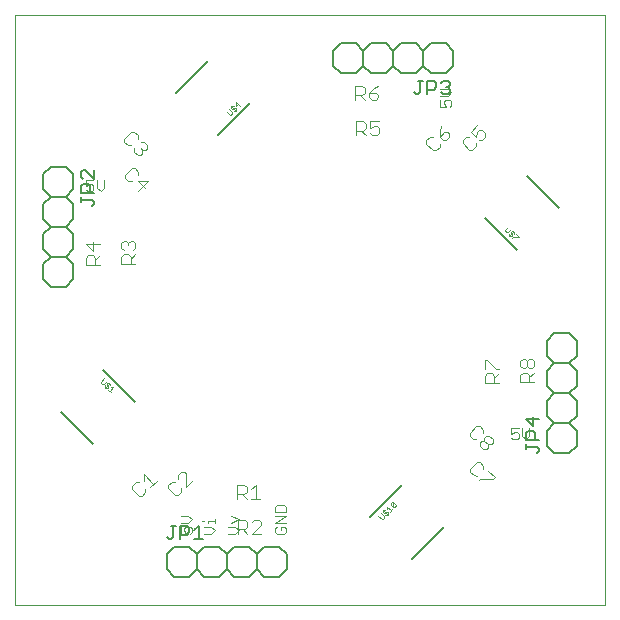
<source format=gto>
G75*
G70*
%OFA0B0*%
%FSLAX24Y24*%
%IPPOS*%
%LPD*%
%AMOC8*
5,1,8,0,0,1.08239X$1,22.5*
%
%ADD10C,0.0000*%
%ADD11C,0.0030*%
%ADD12C,0.0020*%
%ADD13C,0.0050*%
%ADD14C,0.0060*%
%ADD15C,0.0040*%
D10*
X000181Y000181D02*
X000181Y019866D01*
X019866Y019866D01*
X019866Y000181D01*
X000181Y000181D01*
D11*
X005708Y002559D02*
X005890Y002559D01*
X005829Y002680D01*
X005829Y002741D01*
X005890Y002801D01*
X006011Y002801D01*
X006072Y002741D01*
X006072Y002619D01*
X006011Y002559D01*
X005708Y002559D02*
X005708Y002801D01*
X005708Y002921D02*
X005951Y002921D01*
X006072Y003042D01*
X005951Y003164D01*
X005708Y003164D01*
X006435Y002982D02*
X006495Y002982D01*
X006617Y002982D02*
X006859Y002982D01*
X006859Y003042D02*
X006859Y002921D01*
X006738Y002801D02*
X006495Y002801D01*
X006617Y002921D02*
X006617Y002982D01*
X006738Y002801D02*
X006859Y002680D01*
X006738Y002559D01*
X006495Y002559D01*
X007283Y002559D02*
X007525Y002559D01*
X007647Y002680D01*
X007525Y002801D01*
X007283Y002801D01*
X007404Y002921D02*
X007647Y003042D01*
X007404Y003164D01*
X008858Y003164D02*
X009222Y003164D01*
X008858Y002921D01*
X009222Y002921D01*
X009161Y002801D02*
X009040Y002801D01*
X009040Y002680D01*
X009161Y002801D02*
X009222Y002741D01*
X009222Y002619D01*
X009161Y002559D01*
X008918Y002559D01*
X008858Y002619D01*
X008858Y002741D01*
X008918Y002801D01*
X008858Y003284D02*
X008858Y003466D01*
X008918Y003526D01*
X009161Y003526D01*
X009222Y003466D01*
X009222Y003284D01*
X008858Y003284D01*
X016732Y005769D02*
X016792Y005708D01*
X016914Y005708D01*
X016974Y005769D01*
X016974Y005890D01*
X016914Y005951D01*
X016853Y005951D01*
X016732Y005890D01*
X016732Y006072D01*
X016974Y006072D01*
X017094Y006072D02*
X017094Y005830D01*
X017216Y005708D01*
X017337Y005830D01*
X017337Y006072D01*
X014673Y016794D02*
X014733Y016855D01*
X014733Y016976D01*
X014673Y017037D01*
X014551Y017037D01*
X014491Y016976D01*
X014491Y016916D01*
X014551Y016794D01*
X014369Y016794D01*
X014369Y017037D01*
X014369Y017157D02*
X014612Y017157D01*
X014733Y017278D01*
X014612Y017399D01*
X014369Y017399D01*
X003164Y014340D02*
X003164Y014097D01*
X003042Y013976D01*
X002921Y014097D01*
X002921Y014340D01*
X002801Y014340D02*
X002559Y014340D01*
X002559Y014158D01*
X002680Y014219D01*
X002741Y014219D01*
X002801Y014158D01*
X002801Y014037D01*
X002741Y013976D01*
X002619Y013976D01*
X002559Y014037D01*
D12*
X007247Y016636D02*
X007351Y016532D01*
X007393Y016532D01*
X007435Y016574D01*
X007435Y016615D01*
X007330Y016720D01*
X007396Y016743D02*
X007396Y016785D01*
X007438Y016827D01*
X007479Y016827D01*
X007500Y016764D02*
X007458Y016723D01*
X007417Y016723D01*
X007396Y016743D01*
X007396Y016827D02*
X007563Y016660D01*
X007563Y016702D02*
X007563Y016743D01*
X007542Y016764D01*
X007500Y016764D01*
X007563Y016702D02*
X007521Y016660D01*
X007479Y016660D01*
X007566Y016830D02*
X007649Y016913D01*
X007691Y016830D02*
X007566Y016955D01*
X007566Y016830D01*
X016532Y012697D02*
X016532Y012655D01*
X016574Y012613D01*
X016615Y012613D01*
X016720Y012717D01*
X016743Y012652D02*
X016785Y012652D01*
X016827Y012610D01*
X016827Y012568D01*
X016764Y012548D02*
X016723Y012589D01*
X016723Y012631D01*
X016743Y012652D01*
X016827Y012652D02*
X016660Y012485D01*
X016702Y012485D02*
X016743Y012485D01*
X016764Y012506D01*
X016764Y012548D01*
X016702Y012485D02*
X016660Y012527D01*
X016660Y012568D01*
X016788Y012440D02*
X016767Y012419D01*
X016788Y012440D02*
X016955Y012440D01*
X016976Y012461D01*
X016892Y012545D01*
X016636Y012801D02*
X016532Y012697D01*
X012794Y003613D02*
X012794Y003446D01*
X012836Y003446D01*
X012877Y003488D01*
X012877Y003530D01*
X012794Y003613D01*
X012752Y003613D01*
X012710Y003572D01*
X012710Y003530D01*
X012794Y003446D01*
X012770Y003381D02*
X012687Y003298D01*
X012728Y003339D02*
X012603Y003464D01*
X012603Y003381D01*
X012538Y003357D02*
X012496Y003357D01*
X012454Y003315D01*
X012454Y003274D01*
X012475Y003253D01*
X012517Y003253D01*
X012559Y003295D01*
X012600Y003295D01*
X012621Y003274D01*
X012621Y003232D01*
X012579Y003190D01*
X012538Y003190D01*
X012493Y003146D02*
X012389Y003250D01*
X012305Y003166D02*
X012410Y003062D01*
X012451Y003062D01*
X012493Y003104D01*
X012493Y003146D01*
X012621Y003190D02*
X012454Y003357D01*
X003464Y007445D02*
X003339Y007319D01*
X003298Y007361D02*
X003381Y007278D01*
X003381Y007445D02*
X003464Y007445D01*
X003357Y007510D02*
X003357Y007552D01*
X003315Y007594D01*
X003274Y007594D01*
X003253Y007573D01*
X003253Y007531D01*
X003295Y007489D01*
X003295Y007448D01*
X003274Y007427D01*
X003232Y007427D01*
X003190Y007468D01*
X003190Y007510D01*
X003146Y007555D02*
X003250Y007659D01*
X003166Y007743D02*
X003062Y007638D01*
X003062Y007597D01*
X003104Y007555D01*
X003146Y007555D01*
X003190Y007427D02*
X003357Y007594D01*
D13*
X003132Y008025D02*
X004192Y006965D01*
X002778Y005550D02*
X001717Y006611D01*
X005393Y002833D02*
X005544Y002833D01*
X005469Y002833D02*
X005469Y002458D01*
X005393Y002383D01*
X005318Y002383D01*
X005243Y002458D01*
X005704Y002383D02*
X005704Y002833D01*
X005929Y002833D01*
X006004Y002758D01*
X006004Y002608D01*
X005929Y002533D01*
X005704Y002533D01*
X006164Y002383D02*
X006464Y002383D01*
X006314Y002383D02*
X006314Y002833D01*
X006164Y002683D01*
X012023Y003132D02*
X013083Y004192D01*
X014497Y002778D02*
X013437Y001717D01*
X017214Y005393D02*
X017214Y005544D01*
X017214Y005469D02*
X017590Y005469D01*
X017665Y005393D01*
X017665Y005318D01*
X017590Y005243D01*
X017665Y005704D02*
X017214Y005704D01*
X017214Y005929D01*
X017289Y006004D01*
X017440Y006004D01*
X017515Y005929D01*
X017515Y005704D01*
X017440Y006164D02*
X017440Y006464D01*
X017665Y006389D02*
X017214Y006389D01*
X017440Y006164D01*
X016916Y012023D02*
X015856Y013083D01*
X017270Y014497D02*
X018330Y013437D01*
X014619Y017215D02*
X014694Y017290D01*
X014694Y017365D01*
X014619Y017440D01*
X014544Y017440D01*
X014619Y017440D02*
X014694Y017515D01*
X014694Y017590D01*
X014619Y017665D01*
X014469Y017665D01*
X014394Y017590D01*
X014234Y017590D02*
X014234Y017440D01*
X014159Y017365D01*
X013934Y017365D01*
X013934Y017215D02*
X013934Y017665D01*
X014159Y017665D01*
X014234Y017590D01*
X014394Y017290D02*
X014469Y017215D01*
X014619Y017215D01*
X013699Y017290D02*
X013699Y017665D01*
X013624Y017665D02*
X013774Y017665D01*
X013699Y017290D02*
X013624Y017215D01*
X013548Y017215D01*
X013473Y017290D01*
X008025Y016916D02*
X006965Y015856D01*
X005550Y017270D02*
X006611Y018330D01*
X002833Y014694D02*
X002833Y014394D01*
X002533Y014694D01*
X002458Y014694D01*
X002383Y014619D01*
X002383Y014469D01*
X002458Y014394D01*
X002458Y014234D02*
X002383Y014159D01*
X002383Y013934D01*
X002833Y013934D01*
X002683Y013934D02*
X002683Y014159D01*
X002608Y014234D01*
X002458Y014234D01*
X002383Y013774D02*
X002383Y013624D01*
X002383Y013699D02*
X002758Y013699D01*
X002833Y013624D01*
X002833Y013548D01*
X002758Y013473D01*
D14*
X002138Y013550D02*
X002138Y013050D01*
X001888Y012800D01*
X001388Y012800D01*
X001138Y013050D01*
X001138Y013550D01*
X001388Y013800D01*
X001138Y014050D01*
X001138Y014550D01*
X001388Y014800D01*
X001888Y014800D01*
X002138Y014550D01*
X002138Y014050D01*
X001888Y013800D01*
X002138Y013550D01*
X001888Y013800D02*
X001388Y013800D01*
X001388Y012800D02*
X001138Y012550D01*
X001138Y012050D01*
X001388Y011800D01*
X001138Y011550D01*
X001138Y011050D01*
X001388Y010800D01*
X001888Y010800D01*
X002138Y011050D01*
X002138Y011550D01*
X001888Y011800D01*
X001388Y011800D01*
X001888Y011800D02*
X002138Y012050D01*
X002138Y012550D01*
X001888Y012800D01*
X010800Y018160D02*
X010800Y018660D01*
X011050Y018910D01*
X011550Y018910D01*
X011800Y018660D01*
X012050Y018910D01*
X012550Y018910D01*
X012800Y018660D01*
X013050Y018910D01*
X013550Y018910D01*
X013800Y018660D01*
X014050Y018910D01*
X014550Y018910D01*
X014800Y018660D01*
X014800Y018160D01*
X014550Y017910D01*
X014050Y017910D01*
X013800Y018160D01*
X013550Y017910D01*
X013050Y017910D01*
X012800Y018160D01*
X012800Y018660D01*
X012800Y018160D02*
X012550Y017910D01*
X012050Y017910D01*
X011800Y018160D01*
X011550Y017910D01*
X011050Y017910D01*
X010800Y018160D01*
X011800Y018160D02*
X011800Y018660D01*
X013800Y018660D02*
X013800Y018160D01*
X018160Y009248D02*
X018660Y009248D01*
X018910Y008998D01*
X018910Y008498D01*
X018660Y008248D01*
X018910Y007998D01*
X018910Y007498D01*
X018660Y007248D01*
X018910Y006998D01*
X018910Y006498D01*
X018660Y006248D01*
X018910Y005998D01*
X018910Y005498D01*
X018660Y005248D01*
X018160Y005248D01*
X017910Y005498D01*
X017910Y005998D01*
X018160Y006248D01*
X017910Y006498D01*
X017910Y006998D01*
X018160Y007248D01*
X018660Y007248D01*
X018160Y007248D02*
X017910Y007498D01*
X017910Y007998D01*
X018160Y008248D01*
X017910Y008498D01*
X017910Y008998D01*
X018160Y009248D01*
X018160Y008248D02*
X018660Y008248D01*
X018660Y006248D02*
X018160Y006248D01*
X009248Y001888D02*
X009248Y001388D01*
X008998Y001138D01*
X008498Y001138D01*
X008248Y001388D01*
X007998Y001138D01*
X007498Y001138D01*
X007248Y001388D01*
X006998Y001138D01*
X006498Y001138D01*
X006248Y001388D01*
X005998Y001138D01*
X005498Y001138D01*
X005248Y001388D01*
X005248Y001888D01*
X005498Y002138D01*
X005998Y002138D01*
X006248Y001888D01*
X006498Y002138D01*
X006998Y002138D01*
X007248Y001888D01*
X007248Y001388D01*
X007248Y001888D02*
X007498Y002138D01*
X007998Y002138D01*
X008248Y001888D01*
X008498Y002138D01*
X008998Y002138D01*
X009248Y001888D01*
X008248Y001888D02*
X008248Y001388D01*
X006248Y001388D02*
X006248Y001888D01*
D15*
X007631Y002556D02*
X007631Y003016D01*
X007861Y003016D01*
X007938Y002940D01*
X007938Y002786D01*
X007861Y002710D01*
X007631Y002710D01*
X007784Y002710D02*
X007938Y002556D01*
X008091Y002556D02*
X008398Y002863D01*
X008398Y002940D01*
X008321Y003016D01*
X008168Y003016D01*
X008091Y002940D01*
X008091Y002556D02*
X008398Y002556D01*
X008366Y003737D02*
X008060Y003737D01*
X008213Y003737D02*
X008213Y004198D01*
X008060Y004044D01*
X007906Y003967D02*
X007829Y003891D01*
X007599Y003891D01*
X007753Y003891D02*
X007906Y003737D01*
X007906Y003967D02*
X007906Y004121D01*
X007829Y004198D01*
X007599Y004198D01*
X007599Y003737D01*
X006117Y004349D02*
X005900Y004132D01*
X005900Y004566D01*
X005845Y004620D01*
X005737Y004620D01*
X005628Y004511D01*
X005628Y004403D01*
X005520Y004294D02*
X005411Y004294D01*
X005303Y004186D01*
X005303Y004077D01*
X005520Y003860D01*
X005628Y003860D01*
X005737Y003969D01*
X005737Y004077D01*
X004913Y004326D02*
X004696Y004109D01*
X004805Y004218D02*
X004479Y004543D01*
X004479Y004326D01*
X004316Y004272D02*
X004208Y004272D01*
X004099Y004164D01*
X004099Y004055D01*
X004316Y003838D01*
X004425Y003838D01*
X004533Y003947D01*
X004534Y004055D01*
X004197Y011568D02*
X003737Y011568D01*
X003737Y011798D01*
X003814Y011875D01*
X003967Y011875D01*
X004044Y011798D01*
X004044Y011568D01*
X004044Y011721D02*
X004197Y011875D01*
X004121Y012028D02*
X004197Y012105D01*
X004197Y012258D01*
X004121Y012335D01*
X004044Y012335D01*
X003967Y012258D01*
X003967Y012182D01*
X003967Y012258D02*
X003890Y012335D01*
X003814Y012335D01*
X003737Y012258D01*
X003737Y012105D01*
X003814Y012028D01*
X003016Y011843D02*
X002863Y011690D01*
X002863Y011767D02*
X002863Y011536D01*
X003016Y011536D02*
X002556Y011536D01*
X002556Y011767D01*
X002633Y011843D01*
X002786Y011843D01*
X002863Y011767D01*
X002786Y011997D02*
X002786Y012304D01*
X003016Y012227D02*
X002556Y012227D01*
X002786Y011997D01*
X004294Y013985D02*
X004620Y014311D01*
X004294Y014311D01*
X004511Y014094D01*
X004077Y014311D02*
X003969Y014311D01*
X003860Y014419D01*
X003860Y014528D01*
X004077Y014745D01*
X004186Y014745D01*
X004294Y014636D01*
X004294Y014528D01*
X004272Y015189D02*
X004164Y015297D01*
X004164Y015406D01*
X004055Y015514D02*
X003947Y015514D01*
X003838Y015623D01*
X003838Y015731D01*
X004055Y015948D01*
X004164Y015948D01*
X004272Y015840D01*
X004272Y015731D01*
X004381Y015623D02*
X004489Y015623D01*
X004598Y015514D01*
X004598Y015406D01*
X004543Y015351D01*
X004435Y015351D01*
X004435Y015243D01*
X004381Y015189D01*
X004272Y015189D01*
X004435Y015351D02*
X004381Y015406D01*
X011568Y015851D02*
X011568Y016311D01*
X011798Y016311D01*
X011875Y016234D01*
X011875Y016081D01*
X011798Y016004D01*
X011568Y016004D01*
X011721Y016004D02*
X011875Y015851D01*
X012028Y015927D02*
X012105Y015851D01*
X012258Y015851D01*
X012335Y015927D01*
X012335Y016081D01*
X012258Y016158D01*
X012182Y016158D01*
X012028Y016081D01*
X012028Y016311D01*
X012335Y016311D01*
X012227Y017032D02*
X012304Y017108D01*
X012304Y017185D01*
X012227Y017262D01*
X011997Y017262D01*
X011997Y017108D01*
X012074Y017032D01*
X012227Y017032D01*
X011843Y017032D02*
X011690Y017185D01*
X011767Y017185D02*
X011536Y017185D01*
X011536Y017032D02*
X011536Y017492D01*
X011767Y017492D01*
X011843Y017415D01*
X011843Y017262D01*
X011767Y017185D01*
X011997Y017262D02*
X012150Y017415D01*
X012304Y017492D01*
X014013Y015782D02*
X013905Y015673D01*
X013905Y015565D01*
X014122Y015348D01*
X014230Y015348D01*
X014339Y015456D01*
X014339Y015565D01*
X014447Y015673D02*
X014339Y015782D01*
X014502Y015945D01*
X014610Y015945D01*
X014664Y015890D01*
X014664Y015782D01*
X014556Y015673D01*
X014447Y015673D01*
X014339Y015782D02*
X014339Y015999D01*
X014393Y016162D01*
X014122Y015782D02*
X014013Y015782D01*
X015108Y015696D02*
X015108Y015587D01*
X015325Y015370D01*
X015434Y015370D01*
X015542Y015479D01*
X015542Y015587D01*
X015651Y015696D02*
X015759Y015696D01*
X015868Y015804D01*
X015868Y015913D01*
X015759Y016021D01*
X015651Y016021D01*
X015597Y015967D01*
X015542Y015804D01*
X015380Y015967D01*
X015597Y016184D01*
X015325Y015804D02*
X015217Y015804D01*
X015108Y015696D01*
X015850Y008366D02*
X015927Y008366D01*
X016234Y008060D01*
X016311Y008060D01*
X016311Y007906D02*
X016157Y007753D01*
X016157Y007829D02*
X016157Y007599D01*
X016311Y007599D02*
X015850Y007599D01*
X015850Y007829D01*
X015927Y007906D01*
X016080Y007906D01*
X016157Y007829D01*
X015850Y008060D02*
X015850Y008366D01*
X017031Y008321D02*
X017031Y008168D01*
X017108Y008091D01*
X017185Y008091D01*
X017262Y008168D01*
X017262Y008321D01*
X017338Y008398D01*
X017415Y008398D01*
X017492Y008321D01*
X017492Y008168D01*
X017415Y008091D01*
X017338Y008091D01*
X017262Y008168D01*
X017262Y008321D02*
X017185Y008398D01*
X017108Y008398D01*
X017031Y008321D01*
X017108Y007938D02*
X017031Y007861D01*
X017031Y007631D01*
X017492Y007631D01*
X017338Y007631D02*
X017338Y007861D01*
X017262Y007938D01*
X017108Y007938D01*
X017338Y007784D02*
X017492Y007938D01*
X015673Y006143D02*
X015565Y006143D01*
X015348Y005926D01*
X015348Y005817D01*
X015456Y005709D01*
X015565Y005709D01*
X015673Y005600D02*
X015728Y005655D01*
X015836Y005655D01*
X015945Y005546D01*
X015945Y005438D01*
X015890Y005383D01*
X015782Y005383D01*
X015673Y005492D01*
X015673Y005600D01*
X015836Y005655D02*
X015836Y005763D01*
X015890Y005817D01*
X015999Y005817D01*
X016107Y005709D01*
X016107Y005600D01*
X016053Y005546D01*
X015945Y005546D01*
X015782Y005926D02*
X015782Y006034D01*
X015673Y006143D01*
X015696Y004940D02*
X015587Y004940D01*
X015370Y004722D01*
X015370Y004614D01*
X015479Y004506D01*
X015587Y004505D01*
X015696Y004397D02*
X015641Y004343D01*
X015696Y004397D02*
X016130Y004397D01*
X016184Y004451D01*
X015967Y004668D01*
X015804Y004723D02*
X015804Y004831D01*
X015696Y004940D01*
M02*

</source>
